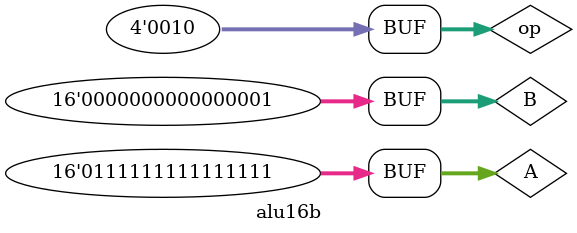
<source format=v>
`timescale 1ns / 1ps


module alu16b;

	// Inputs
	reg [15:0] A;
	reg [15:0] B;
	reg [3:0] op;

	// Outputs
	wire [15:0] R;
	wire isZero;
	wire isNegative;
	wire ovfl;

	// Instantiate the Unit Under Test (UUT)
	alub16 uut (
		.A(A), 
		.B(B), 
		.op(op), 
		.R(R), 
		.isZero(isZero), 
		.isNegative(isNegative), 
		.ovfl(ovfl)
	);

	initial begin
		// Initialize Inputs
		A = 0;
		B = 0;
		op = 0;

		// Wait 100 ns for global reset to finish
		#100;
        
		// Add stimulus here
		
		// Test 1
		A = 16'hFFFF;
		B = 16'h0001;
		// op = 0
		#50;
		if(R == 16'h0001)
			$display("TEST 'AND' SUCCESSFUL!");
		else
			$display("TEST 'AND' FAILED!");
			
		// Test 2
		op = 1;
		#50;
		if(R == 16'hFFFF)
			$display("TEST 'OR' SUCCESSFUL!");
		else
			$display("TEST 'OR' FAILED!");
					
		// Test 3
		op = 2;
		#50;
		if(R == 16'h0000 && ovfl == 0 && isZero == 1 && isNegative == 0)
			$display("TEST 'ADD' SUCCESSFUL!");
		else
			$display("TEST 'ADD' FAILED!");
			
		// Test 4
		op = 3;
		#50;
		if(R == 16'hFFFE && ovfl == 0 && isZero == 0 && isNegative == 1)
			$display("TEST 'SUB' SUCCESSFUL!");
		else
			$display("TEST 'SUB' FAILED!");
			
		// Test 5
		op = 4;
		#50;
		if(R == 16'hFFFE && ovfl == 0 && isZero == 0 && isNegative == 1)
			$display("TEST 'XOR' SUCCESSFUL!");
		else
			$display("TEST 'XOR' FAILED!");
			
		// Test 6
		op = 5;
		#50;
		if(R == 16'h0000 && ovfl == 0 && isZero == 1 && isNegative == 0)
			$display("TEST 'NOR' SUCCESSFUL!");
		else
			$display("TEST 'NOR' FAILED!");
			
		// Test 7
		op = 6;
		#50;
		if(R == 16'hFFFE && ovfl == 0 && isZero == 0 && isNegative == 1)
			$display("TEST 'NAND' SUCCESSFUL!");
		else
			$display("TEST 'NAND' FAILED!");
			
		// Test 8
		op = 7;
		#50;
		if(R == 16'h0000 && ovfl == 0 && isZero == 1 && isNegative == 0)
			$display("TEST 'INV' SUCCESSFUL!");
		else
			$display("TEST 'INV' FAILED!");

		// Overflow
		// Test 9
		A = 16'h8000;
		B = 16'h0001;
		op = 3;
		#50;
		if(R == 16'h7FFF && ovfl == 1 && isZero == 0 && isNegative == 0)
			$display("TEST 'SUB' with overflow SUCCESSFUL!");
		else
			$display("TEST 'SUB' with overflow FAILED!");

		// Test 10
		A = 16'h7FFF;
		B = 16'h0001;
		op = 2;
		#50;
		if(R == 16'h8000 && ovfl == 1 && isZero == 0 && isNegative == 1)
			$display("TEST 'ADD' with overflow SUCCESSFUL!");
		else
			$display("TEST 'ADD' with overflow FAILED!");


	end
      
endmodule


</source>
